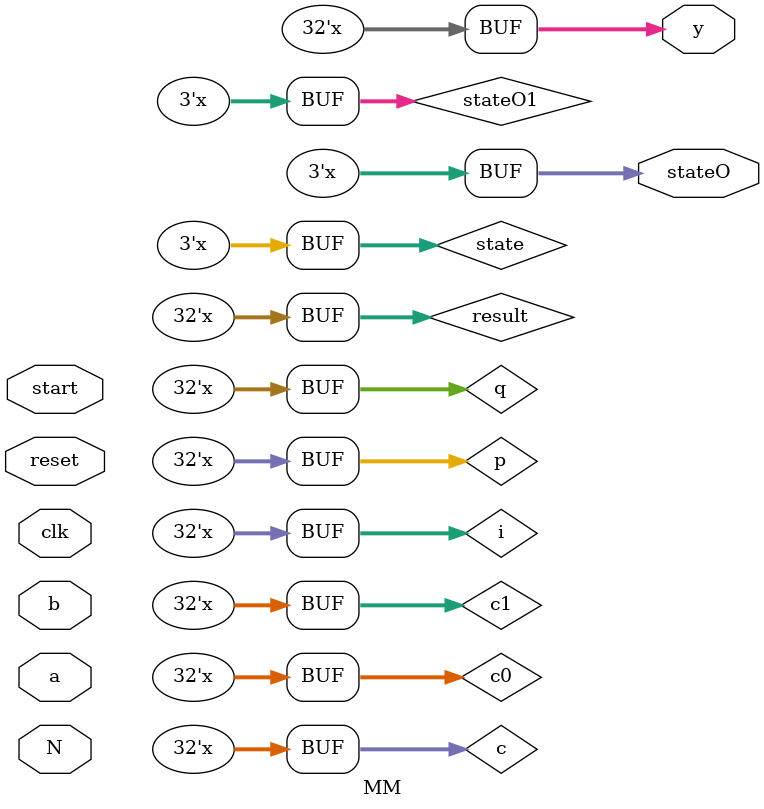
<source format=v>
`timescale 1ns / 1ps
module MM(y,a,b,N,stateO,start,clk,reset);
	parameter bits=31,n=6;
	output reg [bits:0]y;
	output wire [2:0]stateO;
	input wire reset;
	reg [2:0] stateO1;
	input [bits:0]a;
	input [bits:0]b;
	input [bits:0]N;
	input clk;
	reg [bits:0]c;
	reg [bits:0]c0;
	reg [bits:0]c1;
	reg [bits:0]result;
	reg [bits:0]p;
	reg [bits:0]q;
	input start;
	integer i;
	
	parameter calc_c=1,reduce=2,outputS=3,comp_MM=4;
	
	reg [2:0] state;
	
	always@(start or reset)
	begin
		if(reset)
			stateO1 = 0;
		if(start)
		begin
			state = calc_c;
			stateO1 = 0;
		end
	end
	
	
	always@(state or clk)
	begin
		case(state)
			
			calc_c : 
			begin
						#15 
						c=a*b;
						p=0;
						c1=c>>n;
						c0=c-(c1<<n);
						state=reduce;
						$display("calc_c");
			end
			
			reduce : 
			begin
					   #15 for(i=0;i<n;i=i+1)
						begin
							q=(p+c[i])%2;
							p=(p+q*N+c[i])/2;
						end
						state=outputS;
						$display("reduce");
			end
			
			outputS : 
			begin 
						#15 $display("output");
						result=p+c1;
						y = result;						
						state = comp_MM;						
			end
			
			comp_MM : 
			begin
						stateO1=4;
			end
			endcase
			
		end
		assign stateO = stateO1;
endmodule

</source>
